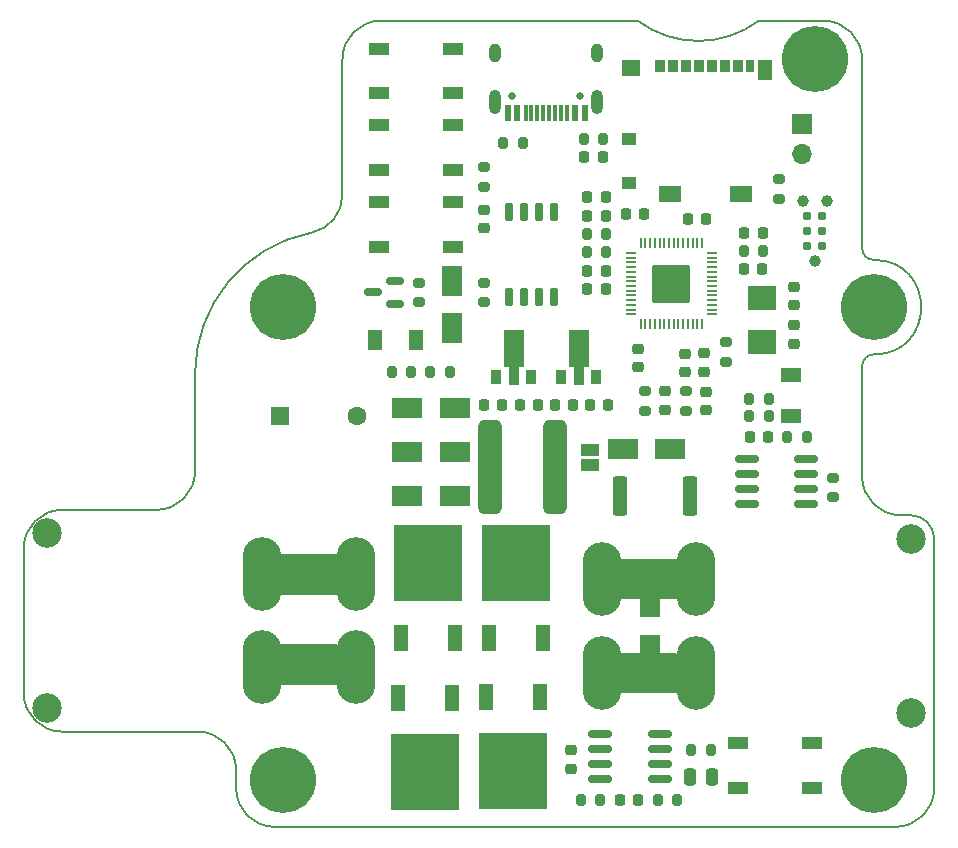
<source format=gts>
%TF.GenerationSoftware,KiCad,Pcbnew,(6.99.0-874-g7b84e0a7d9-dirty)*%
%TF.CreationDate,2022-02-14T21:42:15-05:00*%
%TF.ProjectId,MotorcycleBatterIsolator,4d6f746f-7263-4796-936c-654261747465,rev?*%
%TF.SameCoordinates,Original*%
%TF.FileFunction,Soldermask,Top*%
%TF.FilePolarity,Negative*%
%FSLAX46Y46*%
G04 Gerber Fmt 4.6, Leading zero omitted, Abs format (unit mm)*
G04 Created by KiCad (PCBNEW (6.99.0-874-g7b84e0a7d9-dirty)) date 2022-02-14 21:42:15*
%MOMM*%
%LPD*%
G01*
G04 APERTURE LIST*
G04 Aperture macros list*
%AMRoundRect*
0 Rectangle with rounded corners*
0 $1 Rounding radius*
0 $2 $3 $4 $5 $6 $7 $8 $9 X,Y pos of 4 corners*
0 Add a 4 corners polygon primitive as box body*
4,1,4,$2,$3,$4,$5,$6,$7,$8,$9,$2,$3,0*
0 Add four circle primitives for the rounded corners*
1,1,$1+$1,$2,$3*
1,1,$1+$1,$4,$5*
1,1,$1+$1,$6,$7*
1,1,$1+$1,$8,$9*
0 Add four rect primitives between the rounded corners*
20,1,$1+$1,$2,$3,$4,$5,0*
20,1,$1+$1,$4,$5,$6,$7,0*
20,1,$1+$1,$6,$7,$8,$9,0*
20,1,$1+$1,$8,$9,$2,$3,0*%
%AMFreePoly0*
4,1,9,3.862500,-0.866500,0.737500,-0.866500,0.737500,-0.450000,-0.737500,-0.450000,-0.737500,0.450000,0.737500,0.450000,0.737500,0.866500,3.862500,0.866500,3.862500,-0.866500,3.862500,-0.866500,$1*%
G04 Aperture macros list end*
%ADD10C,0.150000*%
%TA.AperFunction,Profile*%
%ADD11C,0.160000*%
%TD*%
%ADD12RoundRect,0.225000X-0.225000X-0.250000X0.225000X-0.250000X0.225000X0.250000X-0.225000X0.250000X0*%
%ADD13RoundRect,0.150000X0.825000X0.150000X-0.825000X0.150000X-0.825000X-0.150000X0.825000X-0.150000X0*%
%ADD14RoundRect,0.200000X0.200000X0.275000X-0.200000X0.275000X-0.200000X-0.275000X0.200000X-0.275000X0*%
%ADD15C,5.600000*%
%ADD16RoundRect,0.225000X-0.250000X0.225000X-0.250000X-0.225000X0.250000X-0.225000X0.250000X0.225000X0*%
%ADD17R,0.900000X1.300000*%
%ADD18FreePoly0,90.000000*%
%ADD19RoundRect,0.162500X-0.825000X-0.162500X0.825000X-0.162500X0.825000X0.162500X-0.825000X0.162500X0*%
%ADD20RoundRect,0.200000X-0.200000X-0.275000X0.200000X-0.275000X0.200000X0.275000X-0.200000X0.275000X0*%
%ADD21RoundRect,0.200000X0.275000X-0.200000X0.275000X0.200000X-0.275000X0.200000X-0.275000X-0.200000X0*%
%ADD22C,0.650000*%
%ADD23R,0.600000X1.450000*%
%ADD24R,0.300000X1.450000*%
%ADD25O,1.000000X2.100000*%
%ADD26O,1.000000X1.600000*%
%ADD27R,1.500000X1.000000*%
%ADD28R,0.850000X1.100000*%
%ADD29R,0.750000X1.100000*%
%ADD30R,1.200000X1.000000*%
%ADD31R,1.550000X1.350000*%
%ADD32R,1.900000X1.350000*%
%ADD33R,1.170000X1.800000*%
%ADD34O,3.270000X6.230000*%
%ADD35C,2.500000*%
%ADD36R,1.200000X2.200000*%
%ADD37R,5.800000X6.400000*%
%ADD38RoundRect,0.200000X-0.275000X0.200000X-0.275000X-0.200000X0.275000X-0.200000X0.275000X0.200000X0*%
%ADD39RoundRect,0.225000X0.225000X0.250000X-0.225000X0.250000X-0.225000X-0.250000X0.225000X-0.250000X0*%
%ADD40R,1.600000X1.600000*%
%ADD41C,1.600000*%
%ADD42RoundRect,0.250000X0.250000X0.475000X-0.250000X0.475000X-0.250000X-0.475000X0.250000X-0.475000X0*%
%ADD43R,2.500000X1.800000*%
%ADD44R,1.700000X1.300000*%
%ADD45R,1.300000X1.700000*%
%ADD46R,1.700000X1.700000*%
%ADD47O,1.700000X1.700000*%
%ADD48RoundRect,0.150000X0.587500X0.150000X-0.587500X0.150000X-0.587500X-0.150000X0.587500X-0.150000X0*%
%ADD49R,1.800000X2.500000*%
%ADD50R,2.400000X2.000000*%
%ADD51R,1.700000X1.000000*%
%ADD52RoundRect,0.218750X0.256250X-0.218750X0.256250X0.218750X-0.256250X0.218750X-0.256250X-0.218750X0*%
%ADD53RoundRect,0.050000X0.050000X-0.387500X0.050000X0.387500X-0.050000X0.387500X-0.050000X-0.387500X0*%
%ADD54RoundRect,0.050000X0.387500X-0.050000X0.387500X0.050000X-0.387500X0.050000X-0.387500X-0.050000X0*%
%ADD55RoundRect,0.144000X1.456000X-1.456000X1.456000X1.456000X-1.456000X1.456000X-1.456000X-1.456000X0*%
%ADD56RoundRect,0.250000X-0.362500X-1.425000X0.362500X-1.425000X0.362500X1.425000X-0.362500X1.425000X0*%
%ADD57RoundRect,0.225000X0.250000X-0.225000X0.250000X0.225000X-0.250000X0.225000X-0.250000X-0.225000X0*%
%ADD58C,0.990600*%
%ADD59C,0.787400*%
%ADD60RoundRect,0.500000X0.500000X3.500000X-0.500000X3.500000X-0.500000X-3.500000X0.500000X-3.500000X0*%
%ADD61RoundRect,0.218750X0.218750X0.256250X-0.218750X0.256250X-0.218750X-0.256250X0.218750X-0.256250X0*%
%ADD62RoundRect,0.150000X0.150000X-0.650000X0.150000X0.650000X-0.150000X0.650000X-0.150000X-0.650000X0*%
G04 APERTURE END LIST*
D10*
X136500000Y-148375000D02*
X141500000Y-148375000D01*
X141500000Y-148375000D02*
X141500000Y-151625000D01*
X141500000Y-151625000D02*
X136500000Y-151625000D01*
X136500000Y-151625000D02*
X136500000Y-148375000D01*
G36*
X136500000Y-148375000D02*
G01*
X141500000Y-148375000D01*
X141500000Y-151625000D01*
X136500000Y-151625000D01*
X136500000Y-148375000D01*
G37*
X107500000Y-148000000D02*
X112500000Y-148000000D01*
X112500000Y-148000000D02*
X112500000Y-151250000D01*
X112500000Y-151250000D02*
X107500000Y-151250000D01*
X107500000Y-151250000D02*
X107500000Y-148000000D01*
G36*
X107500000Y-148000000D02*
G01*
X112500000Y-148000000D01*
X112500000Y-151250000D01*
X107500000Y-151250000D01*
X107500000Y-148000000D01*
G37*
X136250000Y-156375000D02*
X141250000Y-156375000D01*
X141250000Y-156375000D02*
X141250000Y-159625000D01*
X141250000Y-159625000D02*
X136250000Y-159625000D01*
X136250000Y-159625000D02*
X136250000Y-156375000D01*
G36*
X136250000Y-156375000D02*
G01*
X141250000Y-156375000D01*
X141250000Y-159625000D01*
X136250000Y-159625000D01*
X136250000Y-156375000D01*
G37*
X107500000Y-155625000D02*
X112500000Y-155625000D01*
X112500000Y-155625000D02*
X112500000Y-158875000D01*
X112500000Y-158875000D02*
X107500000Y-158875000D01*
X107500000Y-158875000D02*
X107500000Y-155625000D01*
G36*
X107500000Y-155625000D02*
G01*
X112500000Y-155625000D01*
X112500000Y-158875000D01*
X107500000Y-158875000D01*
X107500000Y-155625000D01*
G37*
D11*
X100518000Y-132657000D02*
X100518000Y-140910000D01*
X97268000Y-144160000D02*
X89268000Y-144160000D01*
X86018000Y-147410000D02*
X86018000Y-159690000D01*
X89268000Y-162940000D02*
X100750000Y-162940000D01*
X104000000Y-166190000D02*
X104000000Y-167750000D01*
X107250000Y-171000000D02*
X159850000Y-171000000D01*
X163100000Y-167750000D02*
X163100000Y-166750000D01*
X163100000Y-166750000D02*
X163100000Y-146610000D01*
X161100000Y-144610000D02*
X160250000Y-144610000D01*
X157000000Y-141360000D02*
X157000000Y-132000000D01*
X158000000Y-131000000D02*
G75*
G03*
X158000000Y-123000000I0J4000000D01*
G01*
X157000000Y-122000000D02*
X157000000Y-106000000D01*
X153750000Y-102750000D02*
X148250000Y-102750000D01*
X138000000Y-102750000D02*
X116250000Y-102750000D01*
X113000000Y-106000000D02*
X113000000Y-117500000D01*
X110373000Y-120690000D02*
G75*
G03*
X100518000Y-132657000I2337159J-11966053D01*
G01*
X158000000Y-131000000D02*
G75*
G03*
X157000000Y-132000000I365J-1000365D01*
G01*
X157000000Y-141360000D02*
G75*
G03*
X160250000Y-144610000I3250331J331D01*
G01*
X163100000Y-146610000D02*
G75*
G03*
X161100000Y-144610000I-2000729J-729D01*
G01*
X157000000Y-122000000D02*
G75*
G03*
X158000000Y-123000000I1000365J365D01*
G01*
X157000000Y-106000000D02*
G75*
G03*
X153750000Y-102750000I-3250331J-331D01*
G01*
X116250000Y-102750000D02*
G75*
G03*
X113000000Y-106000000I331J-3250331D01*
G01*
X110373000Y-120690000D02*
G75*
G03*
X113000000Y-117500000I-623095J3189807D01*
G01*
X97268000Y-144160000D02*
G75*
G03*
X100518000Y-140910000I-331J3250331D01*
G01*
X89268000Y-144160000D02*
G75*
G03*
X86018000Y-147410000I-1375J-3248625D01*
G01*
X86018000Y-159690000D02*
G75*
G03*
X89268000Y-162940000I3248625J-1375D01*
G01*
X104000000Y-166190000D02*
G75*
G03*
X100750000Y-162940000I-3250331J-331D01*
G01*
X104000000Y-167750000D02*
G75*
G03*
X107250000Y-171000000I3250331J331D01*
G01*
X159850000Y-171000000D02*
G75*
G03*
X163100000Y-167750000I-331J3250331D01*
G01*
X138000000Y-102750000D02*
G75*
G03*
X148250000Y-102750000I5125000J6835000D01*
G01*
D12*
%TO.C,C11*%
X147025000Y-120700000D03*
X148575000Y-120700000D03*
%TD*%
D13*
%TO.C,U4*%
X152225000Y-143655000D03*
X152225000Y-142385000D03*
X152225000Y-141115000D03*
X152225000Y-139845000D03*
X147275000Y-139845000D03*
X147275000Y-141115000D03*
X147275000Y-142385000D03*
X147275000Y-143655000D03*
%TD*%
D14*
%TO.C,R11*%
X141325000Y-168750000D03*
X139675000Y-168750000D03*
%TD*%
D15*
%TO.C,H4*%
X108000000Y-127000000D03*
%TD*%
D16*
%TO.C,C1*%
X132367500Y-164525000D03*
X132367500Y-166075000D03*
%TD*%
%TO.C,C22*%
X138000000Y-130535000D03*
X138000000Y-132085000D03*
%TD*%
D14*
%TO.C,R18*%
X135325000Y-122350000D03*
X133675000Y-122350000D03*
%TD*%
D17*
%TO.C,U2*%
X131499999Y-132899999D03*
D18*
X133000000Y-132812500D03*
D17*
X134499999Y-132899999D03*
%TD*%
D19*
%TO.C,U1*%
X134830000Y-163145000D03*
X134830000Y-164415000D03*
X134830000Y-165685000D03*
X134830000Y-166955000D03*
X139905000Y-166955000D03*
X139905000Y-165685000D03*
X139905000Y-164415000D03*
X139905000Y-163145000D03*
%TD*%
D20*
%TO.C,R29*%
X147425000Y-136250000D03*
X149075000Y-136250000D03*
%TD*%
D21*
%TO.C,R15*%
X150000000Y-117825000D03*
X150000000Y-116175000D03*
%TD*%
D22*
%TO.C,J5*%
X133140000Y-109100000D03*
X127360000Y-109100000D03*
D23*
X133499999Y-110544999D03*
X132699999Y-110544999D03*
D24*
X131499999Y-110544999D03*
X130499999Y-110544999D03*
X129999999Y-110544999D03*
X128999999Y-110544999D03*
D23*
X127799999Y-110544999D03*
X126999999Y-110544999D03*
X126999999Y-110544999D03*
X127799999Y-110544999D03*
D24*
X128499999Y-110544999D03*
X129499999Y-110544999D03*
X130999999Y-110544999D03*
X131999999Y-110544999D03*
D23*
X132699999Y-110544999D03*
X133499999Y-110544999D03*
D25*
X134569999Y-109629999D03*
D26*
X134569999Y-105449999D03*
D25*
X125929999Y-109629999D03*
D26*
X125929999Y-105449999D03*
%TD*%
D12*
%TO.C,C14*%
X136975000Y-119150000D03*
X138525000Y-119150000D03*
%TD*%
D21*
%TO.C,R17*%
X145500000Y-131635000D03*
X145500000Y-129985000D03*
%TD*%
D17*
%TO.C,U6*%
X125999999Y-132899999D03*
D18*
X127500000Y-132812500D03*
D17*
X128999999Y-132899999D03*
%TD*%
D16*
%TO.C,C6*%
X125000000Y-118785000D03*
X125000000Y-120335000D03*
%TD*%
D27*
%TO.C,JP1*%
X133999999Y-139099999D03*
X133999999Y-140399999D03*
%TD*%
D28*
%TO.C,J2*%
X139894999Y-106609999D03*
X140994999Y-106609999D03*
X142094999Y-106609999D03*
X143194999Y-106609999D03*
X144294999Y-106609999D03*
X145394999Y-106609999D03*
X146494999Y-106609999D03*
D29*
X147544999Y-106609999D03*
D30*
X137259999Y-112759999D03*
X137259999Y-116459999D03*
D31*
X137434999Y-106734999D03*
D32*
X140759999Y-117434999D03*
X146729999Y-117434999D03*
D33*
X148754999Y-106959999D03*
%TD*%
D34*
%TO.C,J1*%
X114117499Y-157499999D03*
X106197499Y-157499999D03*
X114117499Y-149599999D03*
X106197499Y-149599999D03*
D35*
X88017500Y-160940000D03*
X88017500Y-146160000D03*
%TD*%
D16*
%TO.C,C10*%
X151250000Y-125285000D03*
X151250000Y-126835000D03*
%TD*%
D15*
%TO.C,H2*%
X153000000Y-106000000D03*
%TD*%
D36*
%TO.C,Q6*%
X117944999Y-154974999D03*
D37*
X120224999Y-148674999D03*
D36*
X122504999Y-154974999D03*
%TD*%
D38*
%TO.C,R10*%
X119500000Y-124925000D03*
X119500000Y-126575000D03*
%TD*%
D39*
%TO.C,C3*%
X132525000Y-135250000D03*
X130975000Y-135250000D03*
%TD*%
D40*
%TO.C,BZ1*%
X107749999Y-136249999D03*
D41*
X114250000Y-136250000D03*
%TD*%
D42*
%TO.C,C2*%
X144317500Y-166750000D03*
X142417500Y-166750000D03*
%TD*%
D43*
%TO.C,D1*%
X122499999Y-139249999D03*
X118499999Y-139249999D03*
%TD*%
D44*
%TO.C,D13*%
X150999999Y-132749999D03*
X150999999Y-136249999D03*
%TD*%
D21*
%TO.C,R22*%
X142050000Y-135775000D03*
X142050000Y-134125000D03*
%TD*%
D15*
%TO.C,H3*%
X158000000Y-167000000D03*
%TD*%
D20*
%TO.C,R23*%
X150675000Y-138000000D03*
X152325000Y-138000000D03*
%TD*%
D45*
%TO.C,D12*%
X119249999Y-129749999D03*
X115749999Y-129749999D03*
%TD*%
D16*
%TO.C,C21*%
X143600000Y-130900000D03*
X143600000Y-132450000D03*
%TD*%
D39*
%TO.C,C12*%
X135275000Y-119250000D03*
X133725000Y-119250000D03*
%TD*%
%TO.C,C15*%
X135275000Y-117700000D03*
X133725000Y-117700000D03*
%TD*%
%TO.C,C16*%
X126500000Y-135250000D03*
X124950000Y-135250000D03*
%TD*%
D12*
%TO.C,C13*%
X142250000Y-119560000D03*
X143800000Y-119560000D03*
%TD*%
D15*
%TO.C,H5*%
X158000000Y-127000000D03*
%TD*%
D46*
%TO.C,TH1*%
X151874999Y-111474999D03*
D47*
X151874999Y-114014999D03*
%TD*%
D48*
%TO.C,Q7*%
X117437500Y-126700000D03*
X117437500Y-124800000D03*
X115562500Y-125750000D03*
%TD*%
D49*
%TO.C,D8*%
X138999999Y-151999999D03*
X138999999Y-155999999D03*
%TD*%
D12*
%TO.C,C5*%
X133475000Y-114250000D03*
X135025000Y-114250000D03*
%TD*%
D34*
%TO.C,J4*%
X134999999Y-150049999D03*
X142919999Y-150049999D03*
X134999999Y-157949999D03*
X142919999Y-157949999D03*
D35*
X161100000Y-146610000D03*
X161100000Y-161390000D03*
%TD*%
D38*
%TO.C,R13*%
X125000000Y-115175000D03*
X125000000Y-116825000D03*
%TD*%
D50*
%TO.C,Y1*%
X148499999Y-129909999D03*
X148499999Y-126209999D03*
%TD*%
D36*
%TO.C,Q3*%
X122279999Y-160049999D03*
D37*
X119999999Y-166349999D03*
D36*
X117719999Y-160049999D03*
%TD*%
D51*
%TO.C,SW4*%
X122399999Y-115399999D03*
X116099999Y-115399999D03*
X122399999Y-111599999D03*
X116099999Y-111599999D03*
%TD*%
%TO.C,SW3*%
X122399999Y-121899999D03*
X116099999Y-121899999D03*
X122399999Y-118099999D03*
X116099999Y-118099999D03*
%TD*%
D20*
%TO.C,R12*%
X133175000Y-168750000D03*
X134825000Y-168750000D03*
%TD*%
D49*
%TO.C,D10*%
X122249999Y-128749999D03*
X122249999Y-124749999D03*
%TD*%
D52*
%TO.C,D9*%
X143800000Y-135737500D03*
X143800000Y-134162500D03*
%TD*%
D39*
%TO.C,C4*%
X135525000Y-135250000D03*
X133975000Y-135250000D03*
%TD*%
D43*
%TO.C,D3*%
X122499999Y-142999999D03*
X118499999Y-142999999D03*
%TD*%
D20*
%TO.C,R27*%
X117175000Y-132500000D03*
X118825000Y-132500000D03*
%TD*%
%TO.C,R20*%
X126600000Y-113060000D03*
X128250000Y-113060000D03*
%TD*%
D15*
%TO.C,H1*%
X108000000Y-167000000D03*
%TD*%
D12*
%TO.C,C8*%
X147475000Y-138000000D03*
X149025000Y-138000000D03*
%TD*%
D53*
%TO.C,U5*%
X138250000Y-128447500D03*
X138650000Y-128447500D03*
X139050000Y-128447500D03*
X139450000Y-128447500D03*
X139850000Y-128447500D03*
X140250000Y-128447500D03*
X140650000Y-128447500D03*
X141050000Y-128447500D03*
X141450000Y-128447500D03*
X141850000Y-128447500D03*
X142250000Y-128447500D03*
X142650000Y-128447500D03*
X143050000Y-128447500D03*
X143450000Y-128447500D03*
D54*
X144287500Y-127610000D03*
X144287500Y-127210000D03*
X144287500Y-126810000D03*
X144287500Y-126410000D03*
X144287500Y-126010000D03*
X144287500Y-125610000D03*
X144287500Y-125210000D03*
X144287500Y-124810000D03*
X144287500Y-124410000D03*
X144287500Y-124010000D03*
X144287500Y-123610000D03*
X144287500Y-123210000D03*
X144287500Y-122810000D03*
X144287500Y-122410000D03*
D53*
X143450000Y-121572500D03*
X143050000Y-121572500D03*
X142650000Y-121572500D03*
X142250000Y-121572500D03*
X141850000Y-121572500D03*
X141450000Y-121572500D03*
X141050000Y-121572500D03*
X140650000Y-121572500D03*
X140250000Y-121572500D03*
X139850000Y-121572500D03*
X139450000Y-121572500D03*
X139050000Y-121572500D03*
X138650000Y-121572500D03*
X138250000Y-121572500D03*
D54*
X137412500Y-122410000D03*
X137412500Y-122810000D03*
X137412500Y-123210000D03*
X137412500Y-123610000D03*
X137412500Y-124010000D03*
X137412500Y-124410000D03*
X137412500Y-124810000D03*
X137412500Y-125210000D03*
X137412500Y-125610000D03*
X137412500Y-126010000D03*
X137412500Y-126410000D03*
X137412500Y-126810000D03*
X137412500Y-127210000D03*
X137412500Y-127610000D03*
D55*
X140850000Y-125010000D03*
%TD*%
D36*
%TO.C,Q2*%
X129754999Y-159974999D03*
D37*
X127474999Y-166274999D03*
D36*
X125194999Y-159974999D03*
%TD*%
D51*
%TO.C,SW1*%
X146467499Y-163899999D03*
X152767499Y-163899999D03*
X146467499Y-167699999D03*
X152767499Y-167699999D03*
%TD*%
D16*
%TO.C,C20*%
X142000000Y-130925000D03*
X142000000Y-132475000D03*
%TD*%
D36*
%TO.C,Q5*%
X125444999Y-154974999D03*
D37*
X127724999Y-148674999D03*
D36*
X130004999Y-154974999D03*
%TD*%
D39*
%TO.C,C19*%
X129550000Y-135250000D03*
X128000000Y-135250000D03*
%TD*%
D14*
%TO.C,R1*%
X144192500Y-164500000D03*
X142542500Y-164500000D03*
%TD*%
D56*
%TO.C,R14*%
X136537500Y-143000000D03*
X142462500Y-143000000D03*
%TD*%
D52*
%TO.C,D11*%
X140350000Y-135712500D03*
X140350000Y-134137500D03*
%TD*%
D14*
%TO.C,R21*%
X135075000Y-112750000D03*
X133425000Y-112750000D03*
%TD*%
%TO.C,R26*%
X122075000Y-132500000D03*
X120425000Y-132500000D03*
%TD*%
D39*
%TO.C,C17*%
X135275000Y-123900000D03*
X133725000Y-123900000D03*
%TD*%
D43*
%TO.C,D7*%
X140749999Y-138999999D03*
X136749999Y-138999999D03*
%TD*%
D39*
%TO.C,C9*%
X135275000Y-125450000D03*
X133725000Y-125450000D03*
%TD*%
D12*
%TO.C,C18*%
X147000000Y-123810000D03*
X148550000Y-123810000D03*
%TD*%
D14*
%TO.C,R28*%
X148625000Y-122250000D03*
X146975000Y-122250000D03*
%TD*%
D43*
%TO.C,D2*%
X122499999Y-135499999D03*
X118499999Y-135499999D03*
%TD*%
D57*
%TO.C,C7*%
X151250000Y-130085000D03*
X151250000Y-128535000D03*
%TD*%
D21*
%TO.C,R25*%
X154500000Y-143075000D03*
X154500000Y-141425000D03*
%TD*%
%TO.C,R24*%
X138600000Y-135750000D03*
X138600000Y-134100000D03*
%TD*%
D58*
%TO.C,J3*%
X153000000Y-123100000D03*
X151984000Y-118020000D03*
X154016000Y-118020000D03*
D59*
X153635000Y-121830000D03*
X152365000Y-121830000D03*
X153635000Y-120560000D03*
X152365000Y-120560000D03*
X153635000Y-119290000D03*
X152365000Y-119290000D03*
%TD*%
D14*
%TO.C,R19*%
X135325000Y-120800000D03*
X133675000Y-120800000D03*
%TD*%
D51*
%TO.C,SW2*%
X122399999Y-108899999D03*
X116099999Y-108899999D03*
X122399999Y-105099999D03*
X116099999Y-105099999D03*
%TD*%
D60*
%TO.C,R4*%
X131000000Y-140500000D03*
X125500000Y-140500000D03*
%TD*%
D20*
%TO.C,R30*%
X147425000Y-134750000D03*
X149075000Y-134750000D03*
%TD*%
D61*
%TO.C,D6*%
X138037500Y-168750000D03*
X136462500Y-168750000D03*
%TD*%
D38*
%TO.C,R16*%
X125000000Y-124925000D03*
X125000000Y-126575000D03*
%TD*%
D62*
%TO.C,U3*%
X127095000Y-126160000D03*
X128365000Y-126160000D03*
X129635000Y-126160000D03*
X130905000Y-126160000D03*
X130905000Y-118960000D03*
X129635000Y-118960000D03*
X128365000Y-118960000D03*
X127095000Y-118960000D03*
%TD*%
M02*

</source>
